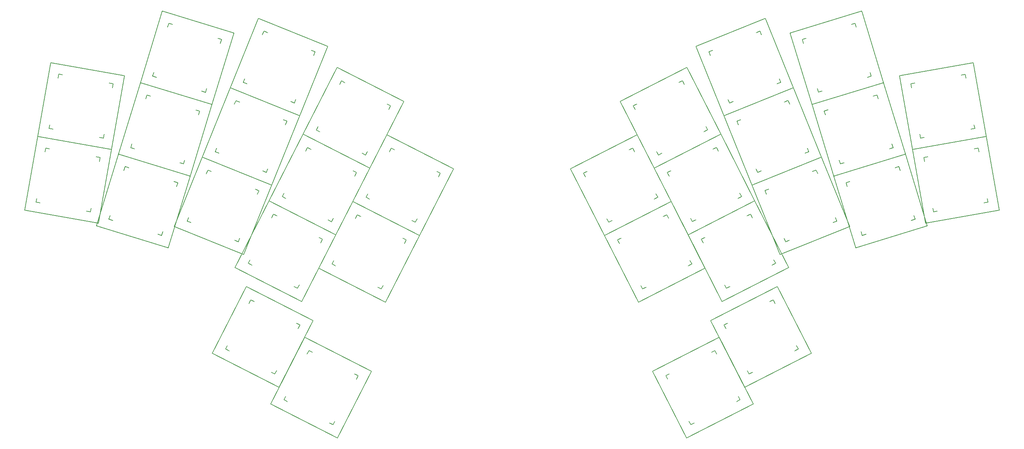
<source format=gbr>
%TF.GenerationSoftware,KiCad,Pcbnew,(6.0.4)*%
%TF.CreationDate,2022-08-21T14:37:17+02:00*%
%TF.ProjectId,Asfoora,4173666f-6f72-4612-9e6b-696361645f70,rev?*%
%TF.SameCoordinates,Original*%
%TF.FileFunction,OtherDrawing,Comment*%
%FSLAX46Y46*%
G04 Gerber Fmt 4.6, Leading zero omitted, Abs format (unit mm)*
G04 Created by KiCad (PCBNEW (6.0.4)) date 2022-08-21 14:37:17*
%MOMM*%
%LPD*%
G01*
G04 APERTURE LIST*
%ADD10C,0.150000*%
G04 APERTURE END LIST*
D10*
%TO.C,SW11*%
X32412124Y-79578555D02*
X32238476Y-80563363D01*
X32641652Y-63879915D02*
X29342336Y-82591262D01*
X48053684Y-85890577D02*
X51352999Y-67179230D01*
X51352999Y-67179230D02*
X48053684Y-85890577D01*
X34495903Y-67760862D02*
X34669551Y-66776055D01*
X47472052Y-69033481D02*
X48456859Y-69207129D01*
X35654359Y-66949703D02*
X34669551Y-66776055D01*
X45042162Y-82820335D02*
X46026970Y-82993983D01*
X29342336Y-82591262D02*
X48053684Y-85890577D01*
X46199433Y-82009630D02*
X46025785Y-82994438D01*
X48053684Y-85890577D02*
X29342336Y-82591262D01*
X32641652Y-63879915D02*
X51352999Y-67179230D01*
X51352999Y-67179230D02*
X32641652Y-63879915D01*
X48283211Y-70191937D02*
X48456859Y-69207129D01*
X32238477Y-80563364D02*
X33223284Y-80737012D01*
X29342336Y-82591262D02*
X32641652Y-63879915D01*
%TO.C,SW24*%
X228934334Y-118902168D02*
X220308515Y-101973044D01*
X207632890Y-111237413D02*
X206741883Y-111691403D01*
X212005210Y-127527987D02*
X228934334Y-118902168D01*
X213097751Y-124165495D02*
X213988757Y-123711505D01*
X203379391Y-110598863D02*
X212005210Y-127527987D01*
X225117851Y-116918621D02*
X225571841Y-117809628D01*
X224681508Y-118262542D02*
X225572514Y-117808552D01*
X219669965Y-106226543D02*
X219215974Y-105335536D01*
X220308515Y-101973044D02*
X228934334Y-118902168D01*
X212005210Y-127527987D02*
X203379391Y-110598863D01*
X212643760Y-123274488D02*
X213097750Y-124165495D01*
X228934334Y-118902168D02*
X212005210Y-127527987D01*
X218324968Y-105789527D02*
X219215974Y-105335536D01*
X203379391Y-110598863D02*
X220308515Y-101973044D01*
X220308515Y-101973044D02*
X203379391Y-110598863D01*
X207195874Y-112582410D02*
X206741883Y-111691403D01*
%TO.C,SW20*%
X205535846Y-114831145D02*
X188606722Y-123456964D01*
X197871091Y-136132589D02*
X198325081Y-137023596D01*
X198325082Y-137023596D02*
X199216088Y-136569606D01*
X188606722Y-123456964D02*
X205535846Y-114831145D01*
X197232541Y-140386088D02*
X214161665Y-131760269D01*
X192423205Y-125440511D02*
X191969214Y-124549504D01*
X209908839Y-131120643D02*
X210799845Y-130666653D01*
X204897296Y-119084644D02*
X204443305Y-118193637D01*
X214161665Y-131760269D02*
X197232541Y-140386088D01*
X192860221Y-124095514D02*
X191969214Y-124549504D01*
X205535846Y-114831145D02*
X214161665Y-131760269D01*
X203552299Y-118647628D02*
X204443305Y-118193637D01*
X210345182Y-129776722D02*
X210799172Y-130667729D01*
X188606722Y-123456964D02*
X197232541Y-140386088D01*
X214161665Y-131760269D02*
X205535846Y-114831145D01*
X197232541Y-140386088D02*
X188606722Y-123456964D01*
%TO.C,SW22*%
X205927186Y-63285322D02*
X188998062Y-71911141D01*
X192814545Y-73894688D02*
X192360554Y-73003681D01*
X214553005Y-80214446D02*
X205927186Y-63285322D01*
X197623881Y-88840265D02*
X214553005Y-80214446D01*
X188998062Y-71911141D02*
X205927186Y-63285322D01*
X203943639Y-67101805D02*
X204834645Y-66647814D01*
X210300179Y-79574820D02*
X211191185Y-79120830D01*
X198716422Y-85477773D02*
X199607428Y-85023783D01*
X205927186Y-63285322D02*
X214553005Y-80214446D01*
X197623881Y-88840265D02*
X188998062Y-71911141D01*
X205288636Y-67538821D02*
X204834645Y-66647814D01*
X214553005Y-80214446D02*
X197623881Y-88840265D01*
X193251561Y-72549691D02*
X192360554Y-73003681D01*
X188998062Y-71911141D02*
X197623881Y-88840265D01*
X198262431Y-84586766D02*
X198716421Y-85477773D01*
X210736522Y-78230899D02*
X211190512Y-79121906D01*
%TO.C,SW5*%
X89651638Y-38055691D02*
X90026245Y-37128507D01*
X88644802Y-33874031D02*
X106261295Y-40991556D01*
X102079635Y-41998393D02*
X103006819Y-42373000D01*
X84781753Y-50109083D02*
X85708936Y-50483689D01*
X85156359Y-49181897D02*
X84781752Y-50109081D01*
X98136933Y-54426390D02*
X97762326Y-55353574D01*
X106261295Y-40991556D02*
X99143770Y-58608050D01*
X90953429Y-37503114D02*
X90026245Y-37128507D01*
X81527276Y-51490524D02*
X88644802Y-33874031D01*
X96836396Y-54978769D02*
X97763580Y-55353376D01*
X81527276Y-51490524D02*
X99143770Y-58608050D01*
X99143770Y-58608050D02*
X81527276Y-51490524D01*
X102632212Y-43300183D02*
X103006819Y-42373000D01*
X106261295Y-40991556D02*
X88644802Y-33874031D01*
X99143770Y-58608050D02*
X106261295Y-40991556D01*
X88644802Y-33874031D02*
X81527276Y-51490524D01*
%TO.C,SW8*%
X116899990Y-71915521D02*
X125525810Y-54986397D01*
X103787349Y-61306155D02*
X103333359Y-62197162D01*
X125525810Y-54986397D02*
X116899990Y-71915521D01*
X103333359Y-62197163D02*
X104224365Y-62651153D01*
X99970866Y-63289702D02*
X116899990Y-71915521D01*
X110580232Y-50177061D02*
X109689226Y-49723070D01*
X125525810Y-54986397D02*
X108596686Y-46360578D01*
X114917709Y-68098950D02*
X115808716Y-68552941D01*
X108596686Y-46360578D02*
X125525810Y-54986397D01*
X116261441Y-67662022D02*
X115807450Y-68553029D01*
X121709327Y-56969944D02*
X122163317Y-56078937D01*
X116899990Y-71915521D02*
X99970866Y-63289702D01*
X121272311Y-55624947D02*
X122163317Y-56078937D01*
X109235235Y-50614077D02*
X109689226Y-49723070D01*
X108596686Y-46360578D02*
X99970866Y-63289702D01*
X99970866Y-63289702D02*
X108596686Y-46360578D01*
%TO.C,SW30*%
X249349585Y-65746471D02*
X249641957Y-66702776D01*
X245841125Y-54270814D02*
X245548753Y-53314509D01*
X232452858Y-58364018D02*
X232160486Y-57407713D01*
X236253691Y-70795980D02*
X237209995Y-70503609D01*
X234593857Y-73917671D02*
X229038795Y-55747880D01*
X229038795Y-55747880D02*
X234593857Y-73917671D01*
X244592448Y-53606881D02*
X245548753Y-53314509D01*
X234593857Y-73917671D02*
X252763648Y-68362608D01*
X248686501Y-66994205D02*
X249642806Y-66701833D01*
X235961318Y-69839675D02*
X236253690Y-70795980D01*
X252763648Y-68362608D02*
X234593857Y-73917671D01*
X247208585Y-50192818D02*
X252763648Y-68362608D01*
X233116791Y-57115341D02*
X232160486Y-57407713D01*
X229038795Y-55747880D02*
X247208585Y-50192818D01*
X252763648Y-68362608D02*
X247208585Y-50192818D01*
X247208585Y-50192818D02*
X229038795Y-55747880D01*
%TO.C,SW19*%
X100362206Y-114835525D02*
X117291330Y-123461344D01*
X91736386Y-131764649D02*
X108665510Y-140390468D01*
X117291330Y-123461344D02*
X100362206Y-114835525D01*
X113037831Y-124099894D02*
X113928837Y-124553884D01*
X101000755Y-119089024D02*
X101454746Y-118198017D01*
X108026961Y-136136969D02*
X107572970Y-137027976D01*
X106683229Y-136573897D02*
X107574236Y-137027888D01*
X117291330Y-123461344D02*
X108665510Y-140390468D01*
X113474847Y-125444891D02*
X113928837Y-124553884D01*
X100362206Y-114835525D02*
X91736386Y-131764649D01*
X95552869Y-129781102D02*
X95098879Y-130672109D01*
X102345752Y-118652008D02*
X101454746Y-118198017D01*
X108665510Y-140390468D02*
X117291330Y-123461344D01*
X95098879Y-130672110D02*
X95989885Y-131126100D01*
X108665510Y-140390468D02*
X91736386Y-131764649D01*
X91736386Y-131764649D02*
X100362206Y-114835525D01*
%TO.C,SW25*%
X220190228Y-50479061D02*
X221117411Y-50104454D01*
X206754630Y-58604436D02*
X224371123Y-51486910D01*
X199637105Y-40987942D02*
X217253598Y-33870417D01*
X206754630Y-58604436D02*
X199637105Y-40987942D01*
X224371123Y-51486910D02*
X206754630Y-58604436D01*
X217253598Y-33870417D02*
X199637105Y-40987942D01*
X207761467Y-54422776D02*
X208136073Y-55349959D01*
X216246762Y-38052077D02*
X215872155Y-37124893D01*
X220742041Y-49178283D02*
X221116647Y-50105467D01*
X224371123Y-51486910D02*
X217253598Y-33870417D01*
X199637105Y-40987942D02*
X206754630Y-58604436D01*
X214944971Y-37499500D02*
X215872155Y-37124893D01*
X203266188Y-43296569D02*
X202891581Y-42369385D01*
X203818765Y-41994779D02*
X202891581Y-42369385D01*
X217253598Y-33870417D02*
X224371123Y-51486910D01*
X208136075Y-55349960D02*
X209063258Y-54975354D01*
%TO.C,SW6*%
X95514687Y-60916676D02*
X95889294Y-59989493D01*
X83835904Y-55119607D02*
X82908720Y-54745000D01*
X89718871Y-72595262D02*
X90646055Y-72969869D01*
X81527277Y-51490524D02*
X74409751Y-69107017D01*
X92026245Y-76224543D02*
X99143770Y-58608049D01*
X81527277Y-51490524D02*
X99143770Y-58608049D01*
X99143770Y-58608049D02*
X92026245Y-76224543D01*
X99143770Y-58608049D02*
X81527277Y-51490524D01*
X77664228Y-67725576D02*
X78591411Y-68100182D01*
X78038834Y-66798390D02*
X77664227Y-67725574D01*
X92026245Y-76224543D02*
X74409751Y-69107017D01*
X74409751Y-69107017D02*
X81527277Y-51490524D01*
X94962110Y-59614886D02*
X95889294Y-59989493D01*
X74409751Y-69107017D02*
X92026245Y-76224543D01*
X82534113Y-55672184D02*
X82908720Y-54745000D01*
X91019408Y-72042883D02*
X90644801Y-72970067D01*
%TO.C,SW10*%
X104457688Y-90828192D02*
X104911678Y-89937185D01*
X104020672Y-89483195D02*
X104911678Y-89937185D01*
X86535710Y-95164403D02*
X86081720Y-96055410D01*
X82719227Y-97147950D02*
X91345047Y-80218826D01*
X91345047Y-80218826D02*
X108274171Y-88844645D01*
X91983596Y-84472325D02*
X92437587Y-83581318D01*
X108274171Y-88844645D02*
X91345047Y-80218826D01*
X99648351Y-105773769D02*
X108274171Y-88844645D01*
X91345047Y-80218826D02*
X82719227Y-97147950D01*
X93328593Y-84035309D02*
X92437587Y-83581318D01*
X86081720Y-96055411D02*
X86972726Y-96509401D01*
X99648351Y-105773769D02*
X82719227Y-97147950D01*
X99009802Y-101520270D02*
X98555811Y-102411277D01*
X108274171Y-88844645D02*
X99648351Y-105773769D01*
X97666070Y-101957198D02*
X98557077Y-102411189D01*
X82719227Y-97147950D02*
X99648351Y-105773769D01*
%TO.C,SW32*%
X271402729Y-67759567D02*
X271229081Y-66774759D01*
X276556295Y-82589966D02*
X273256980Y-63878619D01*
X259699199Y-82008334D02*
X259872847Y-82993142D01*
X254545633Y-67177934D02*
X273256980Y-63878619D01*
X257615421Y-70190641D02*
X257441772Y-69205833D01*
X276556295Y-82589966D02*
X257844948Y-85889282D01*
X270244273Y-66948407D02*
X271229081Y-66774759D01*
X254545633Y-67177934D02*
X257844948Y-85889282D01*
X259872848Y-82993143D02*
X260857655Y-82819495D01*
X273256980Y-63878619D02*
X254545633Y-67177934D01*
X273256980Y-63878619D02*
X276556295Y-82589966D01*
X257844948Y-85889282D02*
X254545633Y-67177934D01*
X273486507Y-79577260D02*
X273660155Y-80562067D01*
X257844948Y-85889282D02*
X276556295Y-82589966D01*
X258426580Y-69032185D02*
X257441772Y-69205833D01*
X272676306Y-80734884D02*
X273661114Y-80561235D01*
%TO.C,SW27*%
X229180021Y-72732486D02*
X230107205Y-72357879D01*
X234425278Y-85712047D02*
X235352461Y-85337440D01*
X213872155Y-76220928D02*
X231488648Y-69103403D01*
X231488648Y-69103403D02*
X213872155Y-76220928D01*
X220989680Y-93837422D02*
X213872155Y-76220928D01*
X231488648Y-69103403D02*
X238606173Y-86719896D01*
X218053815Y-77227765D02*
X217126631Y-77602371D01*
X238606173Y-86719896D02*
X231488648Y-69103403D01*
X213872155Y-76220928D02*
X220989680Y-93837422D01*
X238606173Y-86719896D02*
X220989680Y-93837422D01*
X221996517Y-89655762D02*
X222371123Y-90582945D01*
X222371125Y-90582946D02*
X223298308Y-90208340D01*
X217501238Y-78529555D02*
X217126631Y-77602371D01*
X220989680Y-93837422D02*
X238606173Y-86719896D01*
X230481812Y-73285063D02*
X230107205Y-72357879D01*
X234977091Y-84411269D02*
X235351697Y-85338453D01*
%TO.C,SW14*%
X47579970Y-86535219D02*
X53135033Y-68365428D01*
X50994033Y-83919081D02*
X50701662Y-84875386D01*
X55751170Y-71779491D02*
X54794865Y-71487120D01*
X65749761Y-92090281D02*
X71304823Y-73920491D01*
X53135033Y-68365428D02*
X47579970Y-86535219D01*
X64382300Y-88012285D02*
X64089928Y-88968590D01*
X50701662Y-84875387D02*
X51657966Y-85167759D01*
X67890760Y-76536628D02*
X68183132Y-75580323D01*
X47579970Y-86535219D02*
X65749761Y-92090281D01*
X71304823Y-73920491D02*
X65749761Y-92090281D01*
X67226827Y-75287952D02*
X68183132Y-75580323D01*
X54502494Y-72443424D02*
X54794865Y-71487120D01*
X63134855Y-88675912D02*
X64091160Y-88968284D01*
X71304823Y-73920491D02*
X53135033Y-68365428D01*
X65749761Y-92090281D02*
X47579970Y-86535219D01*
X53135033Y-68365428D02*
X71304823Y-73920491D01*
%TO.C,SW2*%
X74244979Y-52336331D02*
X75201284Y-52628703D01*
X65612618Y-36103843D02*
X65904989Y-35147539D01*
X76859885Y-55750700D02*
X82414947Y-37580910D01*
X75492424Y-51672704D02*
X75200052Y-52629009D01*
X61811786Y-48535806D02*
X62768090Y-48828178D01*
X66861294Y-35439910D02*
X65904989Y-35147539D01*
X58690094Y-50195638D02*
X64245157Y-32025847D01*
X78336951Y-38948371D02*
X79293256Y-39240742D01*
X62104157Y-47579500D02*
X61811786Y-48535805D01*
X82414947Y-37580910D02*
X76859885Y-55750700D01*
X82414947Y-37580910D02*
X64245157Y-32025847D01*
X64245157Y-32025847D02*
X58690094Y-50195638D01*
X58690094Y-50195638D02*
X76859885Y-55750700D01*
X79000884Y-40197047D02*
X79293256Y-39240742D01*
X76859885Y-55750700D02*
X58690094Y-50195638D01*
X64245157Y-32025847D02*
X82414947Y-37580910D01*
%TO.C,SW15*%
X102518661Y-110603243D02*
X85589537Y-101977424D01*
X85589537Y-101977424D02*
X102518661Y-110603243D01*
X93892841Y-127532367D02*
X76963717Y-118906548D01*
X80326210Y-117814009D02*
X81217216Y-118267999D01*
X86228086Y-106230923D02*
X86682077Y-105339916D01*
X93254292Y-123278868D02*
X92800301Y-124169875D01*
X87573083Y-105793907D02*
X86682077Y-105339916D01*
X85589537Y-101977424D02*
X76963717Y-118906548D01*
X76963717Y-118906548D02*
X85589537Y-101977424D01*
X91910560Y-123715796D02*
X92801567Y-124169787D01*
X76963717Y-118906548D02*
X93892841Y-127532367D01*
X93892841Y-127532367D02*
X102518661Y-110603243D01*
X98702178Y-112586790D02*
X99156168Y-111695783D01*
X80780200Y-116923001D02*
X80326210Y-117814008D01*
X98265162Y-111241793D02*
X99156168Y-111695783D01*
X102518661Y-110603243D02*
X93892841Y-127532367D01*
%TO.C,SW18*%
X185007667Y-105930646D02*
X176381848Y-89001522D01*
X197683965Y-96665201D02*
X198574971Y-96211211D01*
X193310972Y-80375703D02*
X201936791Y-97304827D01*
X201936791Y-97304827D02*
X185007667Y-105930646D01*
X180198331Y-90985069D02*
X179744340Y-90094062D01*
X176381848Y-89001522D02*
X185007667Y-105930646D01*
X192672422Y-84629202D02*
X192218431Y-83738195D01*
X191327425Y-84192186D02*
X192218431Y-83738195D01*
X176381848Y-89001522D02*
X193310972Y-80375703D01*
X198120308Y-95321280D02*
X198574298Y-96212287D01*
X186100208Y-102568154D02*
X186991214Y-102114164D01*
X185007667Y-105930646D02*
X201936791Y-97304827D01*
X193310972Y-80375703D02*
X176381848Y-89001522D01*
X185646217Y-101677147D02*
X186100207Y-102568154D01*
X201936791Y-97304827D02*
X193310972Y-80375703D01*
X180635347Y-89640072D02*
X179744340Y-90094062D01*
%TO.C,SW4*%
X51573489Y-51463514D02*
X51747137Y-50478706D01*
X51343962Y-67162154D02*
X32632614Y-63862839D01*
X54643277Y-48450807D02*
X35931930Y-45151492D01*
X51343962Y-67162154D02*
X54643277Y-48450807D01*
X38944637Y-48221280D02*
X37959829Y-48047632D01*
X35931930Y-45151492D02*
X54643277Y-48450807D01*
X49489711Y-63281207D02*
X49316063Y-64266015D01*
X35931930Y-45151492D02*
X32632614Y-63862839D01*
X35702402Y-60850132D02*
X35528754Y-61834940D01*
X32632614Y-63862839D02*
X51343962Y-67162154D01*
X54643277Y-48450807D02*
X51343962Y-67162154D01*
X50762330Y-50305058D02*
X51747137Y-50478706D01*
X32632614Y-63862839D02*
X35931930Y-45151492D01*
X48332440Y-64091912D02*
X49317248Y-64265560D01*
X35528755Y-61834941D02*
X36513562Y-62008589D01*
X37786181Y-49032439D02*
X37959829Y-48047632D01*
%TO.C,SW7*%
X87844585Y-77231379D02*
X88771769Y-77605986D01*
X83901883Y-89659376D02*
X83527276Y-90586560D01*
X82601346Y-90211755D02*
X83528530Y-90586362D01*
X92026245Y-76224542D02*
X74409752Y-69107017D01*
X84908720Y-93841036D02*
X67292226Y-86723510D01*
X67292226Y-86723510D02*
X74409752Y-69107017D01*
X75416588Y-73288677D02*
X75791195Y-72361493D01*
X67292226Y-86723510D02*
X84908720Y-93841036D01*
X74409752Y-69107017D02*
X67292226Y-86723510D01*
X92026245Y-76224542D02*
X84908720Y-93841036D01*
X70921309Y-84414883D02*
X70546702Y-85342067D01*
X74409752Y-69107017D02*
X92026245Y-76224542D01*
X84908720Y-93841036D02*
X92026245Y-76224542D01*
X76718379Y-72736100D02*
X75791195Y-72361493D01*
X88397162Y-78533169D02*
X88771769Y-77605986D01*
X70546703Y-85342069D02*
X71473886Y-85716675D01*
%TO.C,SW29*%
X247208586Y-50192817D02*
X241653523Y-32023027D01*
X241653523Y-32023027D02*
X223483733Y-37578089D01*
X229038795Y-55747880D02*
X223483733Y-37578089D01*
X247208586Y-50192817D02*
X229038795Y-55747880D01*
X223483733Y-37578089D02*
X229038795Y-55747880D01*
X241653523Y-32023027D02*
X247208586Y-50192817D01*
X223483733Y-37578089D02*
X241653523Y-32023027D01*
X239037386Y-35437090D02*
X239993691Y-35144718D01*
X243131439Y-48824414D02*
X244087744Y-48532042D01*
X230698629Y-52626189D02*
X231654933Y-52333818D01*
X230406256Y-51669884D02*
X230698628Y-52626189D01*
X243794523Y-47576680D02*
X244086895Y-48532985D01*
X227561729Y-38945550D02*
X226605424Y-39237922D01*
X229038795Y-55747880D02*
X247208586Y-50192817D01*
X226897796Y-40194227D02*
X226605424Y-39237922D01*
X240286063Y-36101023D02*
X239993691Y-35144718D01*
%TO.C,SW9*%
X116899990Y-71915521D02*
X108274170Y-88844645D01*
X99970866Y-63289702D02*
X116899990Y-71915521D01*
X116899990Y-71915521D02*
X99970866Y-63289702D01*
X91345046Y-80218826D02*
X99970866Y-63289702D01*
X106291889Y-85028074D02*
X107182896Y-85482065D01*
X108274170Y-88844645D02*
X91345046Y-80218826D01*
X113083507Y-73899068D02*
X113537497Y-73008061D01*
X107635621Y-84591146D02*
X107181630Y-85482153D01*
X95161529Y-78235279D02*
X94707539Y-79126286D01*
X112646491Y-72554071D02*
X113537497Y-73008061D01*
X101954412Y-67106185D02*
X101063406Y-66652194D01*
X91345046Y-80218826D02*
X108274170Y-88844645D01*
X100609415Y-67543201D02*
X101063406Y-66652194D01*
X99970866Y-63289702D02*
X91345046Y-80218826D01*
X94707539Y-79126287D02*
X95598545Y-79580277D01*
X108274170Y-88844645D02*
X116899990Y-71915521D01*
%TO.C,SW12*%
X121851449Y-67704458D02*
X122305440Y-66813451D01*
X138142024Y-72076778D02*
X121212900Y-63450959D01*
X112587080Y-80380083D02*
X129516204Y-89005902D01*
X134325541Y-74060325D02*
X134779531Y-73169318D01*
X129516204Y-89005902D02*
X138142024Y-72076778D01*
X129516204Y-89005902D02*
X112587080Y-80380083D01*
X112587080Y-80380083D02*
X121212900Y-63450959D01*
X127533923Y-85189331D02*
X128424930Y-85643322D01*
X133888525Y-72715328D02*
X134779531Y-73169318D01*
X128877655Y-84752403D02*
X128423664Y-85643410D01*
X121212900Y-63450959D02*
X138142024Y-72076778D01*
X116403563Y-78396536D02*
X115949573Y-79287543D01*
X138142024Y-72076778D02*
X129516204Y-89005902D01*
X121212900Y-63450959D02*
X112587080Y-80380083D01*
X123196446Y-67267442D02*
X122305440Y-66813451D01*
X115949573Y-79287544D02*
X116840579Y-79741534D01*
%TO.C,SW17*%
X167756028Y-72072398D02*
X184685152Y-63446579D01*
X177020397Y-84748023D02*
X177474387Y-85639030D01*
X184685152Y-63446579D02*
X167756028Y-72072398D01*
X193310971Y-80375703D02*
X176381847Y-89001522D01*
X184046602Y-67700078D02*
X183592611Y-66809071D01*
X176381847Y-89001522D02*
X193310971Y-80375703D01*
X177474388Y-85639030D02*
X178365394Y-85185040D01*
X182701605Y-67263062D02*
X183592611Y-66809071D01*
X176381847Y-89001522D02*
X167756028Y-72072398D01*
X171572511Y-74055945D02*
X171118520Y-73164938D01*
X193310971Y-80375703D02*
X184685152Y-63446579D01*
X184685152Y-63446579D02*
X193310971Y-80375703D01*
X189058145Y-79736077D02*
X189949151Y-79282087D01*
X167756028Y-72072398D02*
X176381847Y-89001522D01*
X189494488Y-78392156D02*
X189948478Y-79283163D01*
X172009527Y-72710948D02*
X171118520Y-73164938D01*
%TO.C,SW21*%
X197301366Y-46356198D02*
X205927185Y-63285322D01*
X201674359Y-62645696D02*
X202565365Y-62191706D01*
X202110702Y-61301775D02*
X202564692Y-62192782D01*
X188998061Y-71911141D02*
X180372242Y-54982017D01*
X190090602Y-68548649D02*
X190981608Y-68094659D01*
X196662816Y-50609697D02*
X196208825Y-49718690D01*
X180372242Y-54982017D02*
X197301366Y-46356198D01*
X205927185Y-63285322D02*
X188998061Y-71911141D01*
X184625741Y-55620567D02*
X183734734Y-56074557D01*
X195317819Y-50172681D02*
X196208825Y-49718690D01*
X197301366Y-46356198D02*
X180372242Y-54982017D01*
X205927185Y-63285322D02*
X197301366Y-46356198D01*
X184188725Y-56965564D02*
X183734734Y-56074557D01*
X180372242Y-54982017D02*
X188998061Y-71911141D01*
X188998061Y-71911141D02*
X205927185Y-63285322D01*
X189636611Y-67657642D02*
X190090601Y-68548649D01*
%TO.C,SW31*%
X255121314Y-50317019D02*
X254136506Y-50490667D01*
X256393933Y-63293168D02*
X256567581Y-64277976D01*
X254539682Y-67174116D02*
X251240367Y-48462768D01*
X266939007Y-48233241D02*
X267923815Y-48059593D01*
X270181241Y-60862094D02*
X270354889Y-61846901D01*
X269371040Y-62019718D02*
X270355848Y-61846069D01*
X251240367Y-48462768D02*
X269951714Y-45163453D01*
X254310155Y-51475475D02*
X254136506Y-50490667D01*
X254539682Y-67174116D02*
X273251029Y-63874800D01*
X269951714Y-45163453D02*
X251240367Y-48462768D01*
X251240367Y-48462768D02*
X254539682Y-67174116D01*
X268097463Y-49044401D02*
X267923815Y-48059593D01*
X269951714Y-45163453D02*
X273251029Y-63874800D01*
X256567582Y-64277977D02*
X257552389Y-64104329D01*
X273251029Y-63874800D02*
X269951714Y-45163453D01*
X273251029Y-63874800D02*
X254539682Y-67174116D01*
%TO.C,SW26*%
X227307753Y-68095554D02*
X228234936Y-67720947D01*
X210383713Y-60913062D02*
X210009106Y-59985878D01*
X206754630Y-58604435D02*
X224371123Y-51486910D01*
X231488648Y-69103403D02*
X224371123Y-51486910D01*
X210936290Y-59611272D02*
X210009106Y-59985878D01*
X222062496Y-55115993D02*
X222989680Y-54741386D01*
X213872155Y-76220929D02*
X206754630Y-58604435D01*
X223364287Y-55668570D02*
X222989680Y-54741386D01*
X213872155Y-76220929D02*
X231488648Y-69103403D01*
X224371123Y-51486910D02*
X206754630Y-58604435D01*
X214878992Y-72039269D02*
X215253598Y-72966452D01*
X206754630Y-58604435D02*
X213872155Y-76220929D01*
X231488648Y-69103403D02*
X213872155Y-76220929D01*
X224371123Y-51486910D02*
X231488648Y-69103403D01*
X215253600Y-72966453D02*
X216180783Y-72591847D01*
X227859566Y-66794776D02*
X228234172Y-67721960D01*
%TO.C,SW28*%
X238671853Y-75285131D02*
X237715548Y-75577503D01*
X250147510Y-71776671D02*
X251103815Y-71484299D01*
X258318710Y-86532398D02*
X252763647Y-68362608D01*
X240148919Y-92087461D02*
X258318710Y-86532398D01*
X241516380Y-88009465D02*
X241808752Y-88965770D01*
X258318710Y-86532398D02*
X240148919Y-92087461D01*
X254241563Y-85163995D02*
X255197868Y-84871623D01*
X252763647Y-68362608D02*
X258318710Y-86532398D01*
X251396187Y-72440604D02*
X251103815Y-71484299D01*
X234593857Y-73917670D02*
X240148919Y-92087461D01*
X252763647Y-68362608D02*
X234593857Y-73917670D01*
X234593857Y-73917670D02*
X252763647Y-68362608D01*
X241808753Y-88965770D02*
X242765057Y-88673399D01*
X240148919Y-92087461D02*
X234593857Y-73917670D01*
X254904647Y-83916261D02*
X255197019Y-84872566D01*
X238007920Y-76533808D02*
X237715548Y-75577503D01*
%TO.C,SW3*%
X72782213Y-57118542D02*
X73738518Y-57410913D01*
X56549419Y-65749671D02*
X56257048Y-66705976D01*
X69937686Y-69842875D02*
X69645314Y-70799180D01*
X56257048Y-66705977D02*
X57213352Y-66998349D01*
X53135356Y-68365809D02*
X58690419Y-50196018D01*
X58690419Y-50196018D02*
X53135356Y-68365809D01*
X61306556Y-53610081D02*
X60350251Y-53317710D01*
X73446146Y-58367218D02*
X73738518Y-57410913D01*
X60057880Y-54274014D02*
X60350251Y-53317710D01*
X76860209Y-55751081D02*
X58690419Y-50196018D01*
X71305147Y-73920871D02*
X53135356Y-68365809D01*
X68690241Y-70506502D02*
X69646546Y-70798874D01*
X71305147Y-73920871D02*
X76860209Y-55751081D01*
X53135356Y-68365809D02*
X71305147Y-73920871D01*
X58690419Y-50196018D02*
X76860209Y-55751081D01*
X76860209Y-55751081D02*
X71305147Y-73920871D01*
%TO.C,SW23*%
X206249700Y-105769389D02*
X197623881Y-88840265D01*
X197623881Y-88840265D02*
X214553005Y-80214446D01*
X219362341Y-95160023D02*
X219816331Y-96051030D01*
X223178824Y-97143570D02*
X206249700Y-105769389D01*
X223178824Y-97143570D02*
X214553005Y-80214446D01*
X206249700Y-105769389D02*
X223178824Y-97143570D01*
X201440364Y-90823812D02*
X200986373Y-89932805D01*
X201877380Y-89478815D02*
X200986373Y-89932805D01*
X214553005Y-80214446D02*
X223178824Y-97143570D01*
X207342241Y-102406897D02*
X208233247Y-101952907D01*
X197623881Y-88840265D02*
X206249700Y-105769389D01*
X213914455Y-84467945D02*
X213460464Y-83576938D01*
X218925998Y-96503944D02*
X219817004Y-96049954D01*
X212569458Y-84030929D02*
X213460464Y-83576938D01*
X214553005Y-80214446D02*
X197623881Y-88840265D01*
X206888250Y-101515890D02*
X207342240Y-102406897D01*
%TO.C,SW13*%
X113225629Y-84633582D02*
X113679620Y-83742575D01*
X118908103Y-102118455D02*
X119799110Y-102572446D01*
X129516204Y-89005902D02*
X112587080Y-80380083D01*
X120890384Y-105935026D02*
X129516204Y-89005902D01*
X125262705Y-89644452D02*
X126153711Y-90098442D01*
X103961260Y-97309207D02*
X112587080Y-80380083D01*
X125699721Y-90989449D02*
X126153711Y-90098442D01*
X129516204Y-89005902D02*
X120890384Y-105935026D01*
X112587080Y-80380083D02*
X129516204Y-89005902D01*
X114570626Y-84196566D02*
X113679620Y-83742575D01*
X107777743Y-95325660D02*
X107323753Y-96216667D01*
X103961260Y-97309207D02*
X120890384Y-105935026D01*
X120251835Y-101681527D02*
X119797844Y-102572534D01*
X112587080Y-80380083D02*
X103961260Y-97309207D01*
X120890384Y-105935026D02*
X103961260Y-97309207D01*
X107323753Y-96216668D02*
X108214759Y-96670658D01*
%TD*%
M02*

</source>
